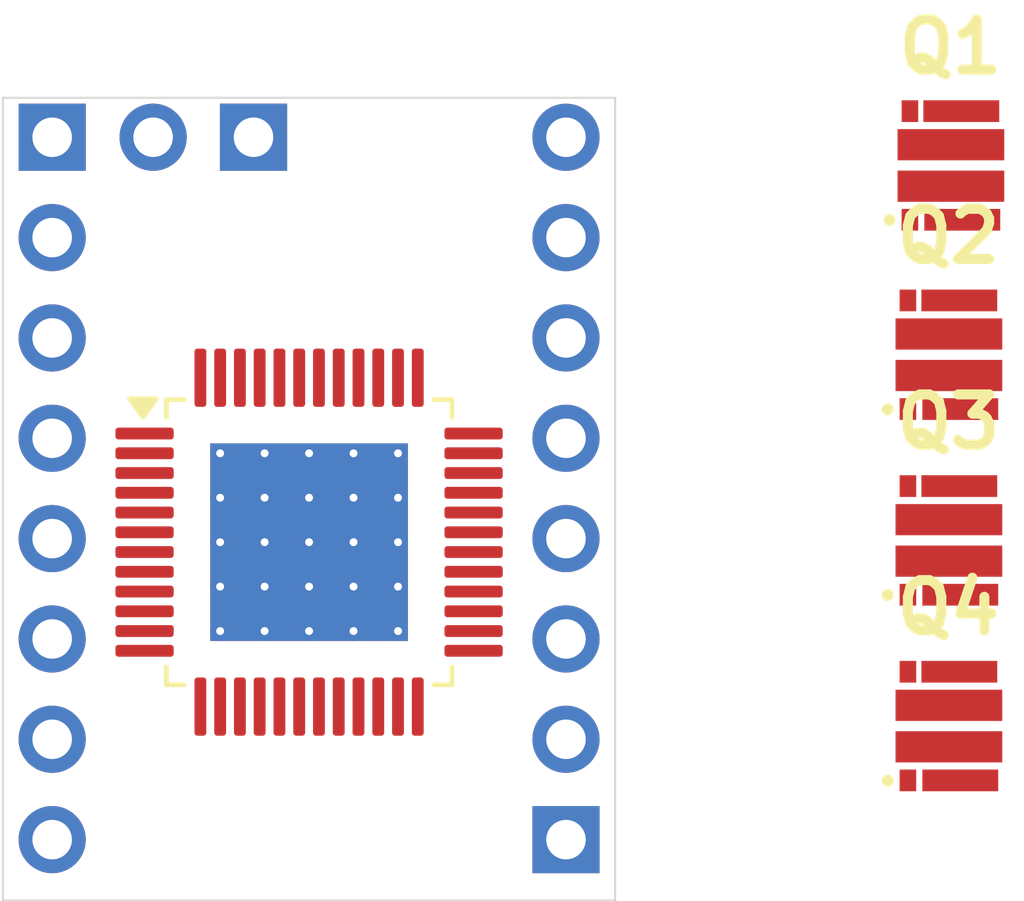
<source format=kicad_pcb>
(kicad_pcb (version 20240108) (generator "pcbnew") (generator_version "8.0")
  (layers (0 "F.Cu" signal) (31 "B.Cu" signal) (34 "B.Paste" user) (35 "F.Paste" user) (36 "B.SilkS" user "B.Silkscreen") (37 "F.SilkS" user "F.Silkscreen") (38 "B.Mask" user) (39 "F.Mask" user) (44 "Edge.Cuts" user))
  (net 0 "")
  (net 1 "/CFG3")
  (net 2 "/DIR")
  (net 3 "/STEP")
  (net 4 "/CFG0")
  (net 5 "/CFG1")
  (net 6 "/EN")
  (net 7 "/DC0")
  (net 8 "/CFG2")
  (net 9 "/A1")
  (net 10 "/A2")
  (net 11 "/VMOT")
  (net 12 "GND")
  (net 13 "/B2")
  (net 14 "/B1")
  (net 15 "/VIO")
  (net 16 "/DIAG1")
  (net 17 "/DIAG0")
  (net 19 "Net-(U1-12VOUT)")
  (net 20 "Net-(U1-CPI)")
  (net 21 "Net-(U1-VCC)")
  (net 23 "Net-(U1-CPO)")
  (net 24 "Net-(U1-VCP)")
  (net 25 "Net-(U1-5VOUT)")
  (footprint "V-DFN3030-8 (Type H):V-DFN3030-8 (Type H)" (layer "F.Cu") (at 156.938 56.2556)
    (property "Reference" "Q2" (at -0.01 -3 0) (layer "F.SilkS") (effects (font (size 1.27 1.27) (thickness 0.254))))
    (property "Value" "DMT6018LDR" (hide yes))
    (fp_circle (center -1.55 1.38) (end -1.45 1.38) (stroke (width 0.1)) (fill solid) (layer "F.SilkS"))
    (pad "1" smd rect (at -1.037 1.375) (size 0.42 0.55) (layers "F.Cu" "F.Paste" "F.Mask"))
    (pad "2" smd rect (at 0.288 1.375 90) (size 0.55 1.92) (layers "F.Cu" "F.Paste" "F.Mask"))
    (pad "3" smd rect (at 0.263 -1.375 90) (size 0.55 1.92) (layers "F.Cu" "F.Paste" "F.Mask"))
    (pad "4" smd rect (at -1.037 -1.375) (size 0.42 0.55) (layers "F.Cu" "F.Paste" "F.Mask"))
    (pad "5" smd rect (at 0 -0.525 90) (size 0.79 2.7) (layers "F.Cu" "F.Paste" "F.Mask"))
    (pad "6" smd rect (at 0 0.525 90) (size 0.79 2.7) (layers "F.Cu" "F.Paste" "F.Mask"))
  )
  (footprint "V-DFN3030-8 (Type H):V-DFN3030-8 (Type H)" (layer "F.Cu") (at 156.9884 51.4638)
    (property "Reference" "Q1" (at -0.01 -3 0) (layer "F.SilkS") (effects (font (size 1.27 1.27) (thickness 0.254))))
    (property "Value" "DMT6018LDR" (hide yes))
    (fp_circle (center -1.55 1.38) (end -1.45 1.38) (stroke (width 0.1)) (fill solid) (layer "F.SilkS"))
    (pad "1" smd rect (at -1.037 1.375) (size 0.42 0.55) (layers "F.Cu" "F.Paste" "F.Mask"))
    (pad "2" smd rect (at 0.288 1.375 90) (size 0.55 1.92) (layers "F.Cu" "F.Paste" "F.Mask"))
    (pad "3" smd rect (at 0.263 -1.375 90) (size 0.55 1.92) (layers "F.Cu" "F.Paste" "F.Mask"))
    (pad "4" smd rect (at -1.037 -1.375) (size 0.42 0.55) (layers "F.Cu" "F.Paste" "F.Mask"))
    (pad "5" smd rect (at 0 -0.525 90) (size 0.79 2.7) (layers "F.Cu" "F.Paste" "F.Mask"))
    (pad "6" smd rect (at 0 0.525 90) (size 0.79 2.7) (layers "F.Cu" "F.Paste" "F.Mask"))
  )
  (footprint "Connector_PinHeader_2.54mm:PinHeader_1x08_P2.54mm_Vertical" (layer "F.Cu") (at 147.25 68.53 180)
    (property "Reference" "J2" (hide yes))
    (property "Value" "StepStick Right" (hide yes))
    (pad "1" thru_hole rect (at 0 0 180) (size 1.7 1.7) (drill 1) (layers "*.Cu" "*.Mask") (net 12 "GND"))
    (pad "2" thru_hole oval (at 0 2.54 180) (size 1.7 1.7) (drill 1) (layers "*.Cu" "*.Mask") (net 15 "/VIO"))
    (pad "3" thru_hole oval (at 0 5.08 180) (size 1.7 1.7) (drill 1) (layers "*.Cu" "*.Mask") (net 13 "/B2"))
    (pad "4" thru_hole oval (at 0 7.62 180) (size 1.7 1.7) (drill 1) (layers "*.Cu" "*.Mask") (net 14 "/B1"))
    (pad "5" thru_hole oval (at 0 10.16 180) (size 1.7 1.7) (drill 1) (layers "*.Cu" "*.Mask") (net 9 "/A1"))
    (pad "6" thru_hole oval (at 0 12.7 180) (size 1.7 1.7) (drill 1) (layers "*.Cu" "*.Mask") (net 10 "/A2"))
    (pad "7" thru_hole oval (at 0 15.24 180) (size 1.7 1.7) (drill 1) (layers "*.Cu" "*.Mask") (net 12 "GND"))
    (pad "8" thru_hole oval (at 0 17.78 180) (size 1.7 1.7) (drill 1) (layers "*.Cu" "*.Mask") (net 11 "/VMOT"))
  )
  (footprint "Connector_PinHeader_2.54mm:PinHeader_1x08_P2.54mm_Vertical" (layer "F.Cu") (at 134.25 50.75)
    (property "Reference" "J1" (hide yes))
    (property "Value" "StepStick Left" (hide yes))
    (pad "1" thru_hole rect (at 0 0) (size 1.7 1.7) (drill 1) (layers "*.Cu" "*.Mask") (net 6 "/EN"))
    (pad "2" thru_hole oval (at 0 2.54) (size 1.7 1.7) (drill 1) (layers "*.Cu" "*.Mask") (net 5 "/CFG1"))
    (pad "3" thru_hole oval (at 0 5.08) (size 1.7 1.7) (drill 1) (layers "*.Cu" "*.Mask") (net 8 "/CFG2"))
    (pad "4" thru_hole oval (at 0 7.62) (size 1.7 1.7) (drill 1) (layers "*.Cu" "*.Mask") (net 1 "/CFG3"))
    (pad "5" thru_hole oval (at 0 10.16) (size 1.7 1.7) (drill 1) (layers "*.Cu" "*.Mask") (net 4 "/CFG0"))
    (pad "6" thru_hole oval (at 0 12.7) (size 1.7 1.7) (drill 1) (layers "*.Cu" "*.Mask") (net 7 "/DC0"))
    (pad "7" thru_hole oval (at 0 15.24) (size 1.7 1.7) (drill 1) (layers "*.Cu" "*.Mask") (net 3 "/STEP"))
    (pad "8" thru_hole oval (at 0 17.78) (size 1.7 1.7) (drill 1) (layers "*.Cu" "*.Mask") (net 2 "/DIR"))
  )
  (footprint "V-DFN3030-8 (Type H):V-DFN3030-8 (Type H)" (layer "F.Cu") (at 156.938 65.6556)
    (property "Reference" "Q4" (at -0.01 -3 0) (layer "F.SilkS") (effects (font (size 1.27 1.27) (thickness 0.254))))
    (property "Value" "DMT6018LDR" (hide yes))
    (fp_circle (center -1.55 1.38) (end -1.45 1.38) (stroke (width 0.1)) (fill solid) (layer "F.SilkS"))
    (pad "1" smd rect (at -1.037 1.375) (size 0.42 0.55) (layers "F.Cu" "F.Paste" "F.Mask"))
    (pad "2" smd rect (at 0.288 1.375 90) (size 0.55 1.92) (layers "F.Cu" "F.Paste" "F.Mask"))
    (pad "3" smd rect (at 0.263 -1.375 90) (size 0.55 1.92) (layers "F.Cu" "F.Paste" "F.Mask"))
    (pad "4" smd rect (at -1.037 -1.375) (size 0.42 0.55) (layers "F.Cu" "F.Paste" "F.Mask"))
    (pad "5" smd rect (at 0 -0.525 90) (size 0.79 2.7) (layers "F.Cu" "F.Paste" "F.Mask"))
    (pad "6" smd rect (at 0 0.525 90) (size 0.79 2.7) (layers "F.Cu" "F.Paste" "F.Mask"))
  )
  (footprint "Package_QFP:TQFP-48-1EP_7x7mm_P0.5mm_EP5x5mm_ThermalVias" (layer "F.Cu") (at 140.75 61)
    (property "Reference" "U1" (hide yes))
    (property "Value" "TMC5160A-TA" (hide yes))
    (fp_line (start -3.61 -3.61) (end -3.61 -3.16) (stroke (width 0.12)) (layer "F.SilkS"))
    (fp_line (start -3.61 3.61) (end -3.61 3.16) (stroke (width 0.12)) (layer "F.SilkS"))
    (fp_line (start -3.16 -3.61) (end -3.61 -3.61) (stroke (width 0.12)) (layer "F.SilkS"))
    (fp_line (start -3.16 3.61) (end -3.61 3.61) (stroke (width 0.12)) (layer "F.SilkS"))
    (fp_line (start 3.16 -3.61) (end 3.61 -3.61) (stroke (width 0.12)) (layer "F.SilkS"))
    (fp_line (start 3.16 3.61) (end 3.61 3.61) (stroke (width 0.12)) (layer "F.SilkS"))
    (fp_line (start 3.61 -3.61) (end 3.61 -3.16) (stroke (width 0.12)) (layer "F.SilkS"))
    (fp_line (start 3.61 3.61) (end 3.61 3.16) (stroke (width 0.12)) (layer "F.SilkS"))
    (fp_poly (pts (xy -4.2 -3.16) (xy -4.54 -3.63) (xy -3.86 -3.63) (xy -4.2 -3.16)) (stroke (width 0.12)) (fill solid) (layer "F.SilkS"))
    (pad "1" smd roundrect (at -4.1625 -2.75) (size 1.475 0.3) (layers "F.Cu" "F.Paste" "F.Mask"))
    (pad "2" smd roundrect (at -4.1625 -2.25) (size 1.475 0.3) (layers "F.Cu" "F.Paste" "F.Mask"))
    (pad "3" smd roundrect (at -4.1625 -1.75) (size 1.475 0.3) (layers "F.Cu" "F.Paste" "F.Mask") (net 19 "Net-(U1-12VOUT)"))
    (pad "4" smd roundrect (at -4.1625 -1.25) (size 1.475 0.3) (layers "F.Cu" "F.Paste" "F.Mask") (net 11 "/VMOT"))
    (pad "5" smd roundrect (at -4.1625 -0.75) (size 1.475 0.3) (layers "F.Cu" "F.Paste" "F.Mask") (net 25 "Net-(U1-5VOUT)"))
    (pad "6" smd roundrect (at -4.1625 -0.25) (size 1.475 0.3) (layers "F.Cu" "F.Paste" "F.Mask") (net 12 "GND"))
    (pad "7" smd roundrect (at -4.1625 0.25) (size 1.475 0.3) (layers "F.Cu" "F.Paste" "F.Mask"))
    (pad "8" smd roundrect (at -4.1625 0.75) (size 1.475 0.3) (layers "F.Cu" "F.Paste" "F.Mask"))
    (pad "9" smd roundrect (at -4.1625 1.25) (size 1.475 0.3) (layers "F.Cu" "F.Paste" "F.Mask"))
    (pad "10" smd roundrect (at -4.1625 1.75) (size 1.475 0.3) (layers "F.Cu" "F.Paste" "F.Mask"))
    (pad "11" smd roundrect (at -4.1625 2.25) (size 1.475 0.3) (layers "F.Cu" "F.Paste" "F.Mask") (net 12 "GND"))
    (pad "12" smd roundrect (at -4.1625 2.75) (size 1.475 0.3) (layers "F.Cu" "F.Paste" "F.Mask") (net 12 "GND"))
    (pad "13" smd roundrect (at -2.75 4.1625) (size 0.3 1.475) (layers "F.Cu" "F.Paste" "F.Mask") (net 1 "/CFG3"))
    (pad "14" smd roundrect (at -2.25 4.1625) (size 0.3 1.475) (layers "F.Cu" "F.Paste" "F.Mask") (net 8 "/CFG2"))
    (pad "15" smd roundrect (at -1.75 4.1625) (size 0.3 1.475) (layers "F.Cu" "F.Paste" "F.Mask") (net 5 "/CFG1"))
    (pad "16" smd roundrect (at -1.25 4.1625) (size 0.3 1.475) (layers "F.Cu" "F.Paste" "F.Mask") (net 4 "/CFG0"))
    (pad "17" smd roundrect (at -0.75 4.1625) (size 0.3 1.475) (layers "F.Cu" "F.Paste" "F.Mask") (net 3 "/STEP"))
    (pad "18" smd roundrect (at -0.25 4.1625) (size 0.3 1.475) (layers "F.Cu" "F.Paste" "F.Mask") (net 2 "/DIR"))
    (pad "19" smd roundrect (at 0.25 4.1625) (size 0.3 1.475) (layers "F.Cu" "F.Paste" "F.Mask") (net 12 "GND"))
    (pad "20" smd roundrect (at 0.75 4.1625) (size 0.3 1.475) (layers "F.Cu" "F.Paste" "F.Mask") (net 15 "/VIO"))
    (pad "21" smd roundrect (at 1.25 4.1625) (size 0.3 1.475) (layers "F.Cu" "F.Paste" "F.Mask") (net 12 "GND"))
    (pad "22" smd roundrect (at 1.75 4.1625) (size 0.3 1.475) (layers "F.Cu" "F.Paste" "F.Mask") (net 12 "GND"))
    (pad "23" smd roundrect (at 2.25 4.1625) (size 0.3 1.475) (layers "F.Cu" "F.Paste" "F.Mask"))
    (pad "24" smd roundrect (at 2.75 4.1625) (size 0.3 1.475) (layers "F.Cu" "F.Paste" "F.Mask"))
    (pad "25" smd roundrect (at 4.1625 2.75) (size 1.475 0.3) (layers "F.Cu" "F.Paste" "F.Mask"))
    (pad "26" smd roundrect (at 4.1625 2.25) (size 1.475 0.3) (layers "F.Cu" "F.Paste" "F.Mask") (net 17 "/DIAG0"))
    (pad "27" smd roundrect (at 4.1625 1.75) (size 1.475 0.3) (layers "F.Cu" "F.Paste" "F.Mask") (net 16 "/DIAG1"))
    (pad "28" smd roundrect (at 4.1625 1.25) (size 1.475 0.3) (layers "F.Cu" "F.Paste" "F.Mask") (net 6 "/EN"))
    (pad "29" smd roundrect (at 4.1625 0.75) (size 1.475 0.3) (layers "F.Cu" "F.Paste" "F.Mask") (net 21 "Net-(U1-VCC)"))
    (pad "30" smd roundrect (at 4.1625 0.25) (size 1.475 0.3) (layers "F.Cu" "F.Paste" "F.Mask") (net 12 "GND"))
    (pad "31" smd roundrect (at 4.1625 -0.25) (size 1.475 0.3) (layers "F.Cu" "F.Paste" "F.Mask") (net 23 "Net-(U1-CPO)"))
    (pad "32" smd roundrect (at 4.1625 -0.75) (size 1.475 0.3) (layers "F.Cu" "F.Paste" "F.Mask") (net 20 "Net-(U1-CPI)"))
    (pad "33" smd roundrect (at 4.1625 -1.25) (size 1.475 0.3) (layers "F.Cu" "F.Paste" "F.Mask") (net 11 "/VMOT"))
    (pad "34" smd roundrect (at 4.1625 -1.75) (size 1.475 0.3) (layers "F.Cu" "F.Paste" "F.Mask") (net 24 "Net-(U1-VCP)"))
    (pad "35" smd roundrect (at 4.1625 -2.25) (size 1.475 0.3) (layers "F.Cu" "F.Paste" "F.Mask"))
    (pad "36" smd roundrect (at 4.1625 -2.75) (size 1.475 0.3) (layers "F.Cu" "F.Paste" "F.Mask"))
    (pad "37" smd roundrect (at 2.75 -4.1625) (size 0.3 1.475) (layers "F.Cu" "F.Paste" "F.Mask"))
    (pad "38" smd roundrect (at 2.25 -4.1625) (size 0.3 1.475) (layers "F.Cu" "F.Paste" "F.Mask"))
    (pad "39" smd roundrect (at 1.75 -4.1625) (size 0.3 1.475) (layers "F.Cu" "F.Paste" "F.Mask"))
    (pad "40" smd roundrect (at 1.25 -4.1625) (size 0.3 1.475) (layers "F.Cu" "F.Paste" "F.Mask"))
    (pad "41" smd roundrect (at 0.75 -4.1625) (size 0.3 1.475) (layers "F.Cu" "F.Paste" "F.Mask"))
    (pad "42" smd roundrect (at 0.25 -4.1625) (size 0.3 1.475) (layers "F.Cu" "F.Paste" "F.Mask"))
    (pad "43" smd roundrect (at -0.25 -4.1625) (size 0.3 1.475) (layers "F.Cu" "F.Paste" "F.Mask"))
    (pad "44" smd roundrect (at -0.75 -4.1625) (size 0.3 1.475) (layers "F.Cu" "F.Paste" "F.Mask"))
    (pad "45" smd roundrect (at -1.25 -4.1625) (size 0.3 1.475) (layers "F.Cu" "F.Paste" "F.Mask"))
    (pad "46" smd roundrect (at -1.75 -4.1625) (size 0.3 1.475) (layers "F.Cu" "F.Paste" "F.Mask"))
    (pad "47" smd roundrect (at -2.25 -4.1625) (size 0.3 1.475) (layers "F.Cu" "F.Paste" "F.Mask"))
    (pad "48" smd roundrect (at -2.75 -4.1625) (size 0.3 1.475) (layers "F.Cu" "F.Paste" "F.Mask"))
    (pad "49" thru_hole circle (at -2.25 -2.25) (size 0.5 0.5) (drill 0.2) (property pad_prop_heatsink) (layers "*.Cu"))
    (pad "49" thru_hole circle (at -2.25 -1.125) (size 0.5 0.5) (drill 0.2) (property pad_prop_heatsink) (layers "*.Cu"))
    (pad "49" thru_hole circle (at -2.25 0) (size 0.5 0.5) (drill 0.2) (property pad_prop_heatsink) (layers "*.Cu"))
    (pad "49" thru_hole circle (at -2.25 1.125) (size 0.5 0.5) (drill 0.2) (property pad_prop_heatsink) (layers "*.Cu"))
    (pad "49" thru_hole circle (at -2.25 2.25) (size 0.5 0.5) (drill 0.2) (property pad_prop_heatsink) (layers "*.Cu"))
    (pad "49" thru_hole circle (at -1.125 -2.25) (size 0.5 0.5) (drill 0.2) (property pad_prop_heatsink) (layers "*.Cu"))
    (pad "49" thru_hole circle (at -1.125 -1.125) (size 0.5 0.5) (drill 0.2) (property pad_prop_heatsink) (layers "*.Cu"))
    (pad "49" thru_hole circle (at -1.125 0) (size 0.5 0.5) (drill 0.2) (property pad_prop_heatsink) (layers "*.Cu"))
    (pad "49" thru_hole circle (at -1.125 1.125) (size 0.5 0.5) (drill 0.2) (property pad_prop_heatsink) (layers "*.Cu"))
    (pad "49" thru_hole circle (at -1.125 2.25) (size 0.5 0.5) (drill 0.2) (property pad_prop_heatsink) (layers "*.Cu"))
    (pad "49" thru_hole circle (at 0 -2.25) (size 0.5 0.5) (drill 0.2) (property pad_prop_heatsink) (layers "*.Cu"))
    (pad "49" thru_hole circle (at 0 -1.125) (size 0.5 0.5) (drill 0.2) (property pad_prop_heatsink) (layers "*.Cu"))
    (pad "49" thru_hole circle (at 0 0) (size 0.5 0.5) (drill 0.2) (property pad_prop_heatsink) (layers "*.Cu"))
    (pad "49" smd rect (at 0 0) (size 5 5) (property pad_prop_heatsink) (layers "F.Cu" "F.Mask"))
    (pad "49" smd rect (at 0 0) (size 5 5) (property pad_prop_heatsink) (layers "B.Cu"))
    (pad "49" thru_hole circle (at 0 1.125) (size 0.5 0.5) (drill 0.2) (property pad_prop_heatsink) (layers "*.Cu"))
    (pad "49" thru_hole circle (at 0 2.25) (size 0.5 0.5) (drill 0.2) (property pad_prop_heatsink) (layers "*.Cu"))
    (pad "49" thru_hole circle (at 1.125 -2.25) (size 0.5 0.5) (drill 0.2) (property pad_prop_heatsink) (layers "*.Cu"))
    (pad "49" thru_hole circle (at 1.125 -1.125) (size 0.5 0.5) (drill 0.2) (property pad_prop_heatsink) (layers "*.Cu"))
    (pad "49" thru_hole circle (at 1.125 0) (size 0.5 0.5) (drill 0.2) (property pad_prop_heatsink) (layers "*.Cu"))
    (pad "49" thru_hole circle (at 1.125 1.125) (size 0.5 0.5) (drill 0.2) (property pad_prop_heatsink) (layers "*.Cu"))
    (pad "49" thru_hole circle (at 1.125 2.25) (size 0.5 0.5) (drill 0.2) (property pad_prop_heatsink) (layers "*.Cu"))
    (pad "49" thru_hole circle (at 2.25 -2.25) (size 0.5 0.5) (drill 0.2) (property pad_prop_heatsink) (layers "*.Cu"))
    (pad "49" thru_hole circle (at 2.25 -1.125) (size 0.5 0.5) (drill 0.2) (property pad_prop_heatsink) (layers "*.Cu"))
    (pad "49" thru_hole circle (at 2.25 0) (size 0.5 0.5) (drill 0.2) (property pad_prop_heatsink) (layers "*.Cu"))
    (pad "49" thru_hole circle (at 2.25 1.125) (size 0.5 0.5) (drill 0.2) (property pad_prop_heatsink) (layers "*.Cu"))
    (pad "49" thru_hole circle (at 2.25 2.25) (size 0.5 0.5) (drill 0.2) (property pad_prop_heatsink) (layers "*.Cu"))
  )
  (footprint "Connector_PinHeader_2.54mm:PinHeader_1x02_P2.54mm_Vertical" (layer "F.Cu") (at 139.3444 50.7492 -90)
    (property "Reference" "J3" (hide yes))
    (property "Value" "StepStick Diag" (hide yes))
    (pad "1" thru_hole rect (at 0 0 270) (size 1.7 1.7) (drill 1) (layers "*.Cu" "*.Mask") (net 16 "/DIAG1"))
    (pad "2" thru_hole oval (at 0 2.54 270) (size 1.7 1.7) (drill 1) (layers "*.Cu" "*.Mask") (net 17 "/DIAG0"))
  )
  (footprint "V-DFN3030-8 (Type H):V-DFN3030-8 (Type H)" (layer "F.Cu") (at 156.938 60.9556)
    (property "Reference" "Q3" (at -0.01 -3 0) (layer "F.SilkS") (effects (font (size 1.27 1.27) (thickness 0.254))))
    (property "Value" "DMT6018LDR" (hide yes))
    (fp_circle (center -1.55 1.38) (end -1.45 1.38) (stroke (width 0.1)) (fill solid) (layer "F.SilkS"))
    (pad "1" smd rect (at -1.037 1.375) (size 0.42 0.55) (layers "F.Cu" "F.Paste" "F.Mask"))
    (pad "2" smd rect (at 0.288 1.375 90) (size 0.55 1.92) (layers "F.Cu" "F.Paste" "F.Mask"))
    (pad "3" smd rect (at 0.263 -1.375 90) (size 0.55 1.92) (layers "F.Cu" "F.Paste" "F.Mask"))
    (pad "4" smd rect (at -1.037 -1.375) (size 0.42 0.55) (layers "F.Cu" "F.Paste" "F.Mask"))
    (pad "5" smd rect (at 0 -0.525 90) (size 0.79 2.7) (layers "F.Cu" "F.Paste" "F.Mask"))
    (pad "6" smd rect (at 0 0.525 90) (size 0.79 2.7) (layers "F.Cu" "F.Paste" "F.Mask"))
  )
  (gr_rect (start 133 49.75) (end 148.494 70.07) (stroke (width 0.05)) (fill none) (layer "Edge.Cuts"))
)
</source>
